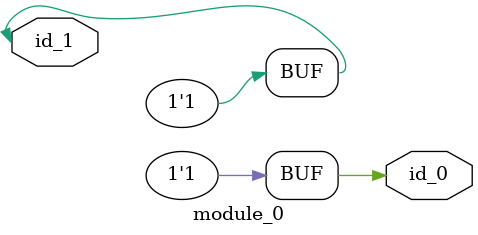
<source format=v>
module module_0 (
    output id_0,
    input  id_1
);
  assign id_0 = 1;
  assign id_0 = id_1;
endmodule

</source>
